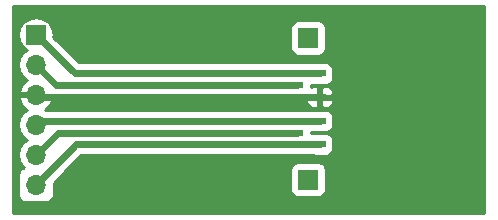
<source format=gbr>
G04 #@! TF.FileFunction,Copper,L2,Bot,Signal*
%FSLAX46Y46*%
G04 Gerber Fmt 4.6, Leading zero omitted, Abs format (unit mm)*
G04 Created by KiCad (PCBNEW 4.0.7) date 04/27/18 14:39:09*
%MOMM*%
%LPD*%
G01*
G04 APERTURE LIST*
%ADD10C,0.150000*%
%ADD11O,1.700000X1.700000*%
%ADD12R,1.700000X1.700000*%
%ADD13R,1.000000X0.600000*%
%ADD14C,0.600000*%
%ADD15C,0.600000*%
%ADD16C,0.254000*%
G04 APERTURE END LIST*
D10*
D11*
X123952000Y-121920000D03*
X123952000Y-119380000D03*
X123952000Y-116840000D03*
X123952000Y-114300000D03*
X123952000Y-111760000D03*
D12*
X123952000Y-109220000D03*
X147000000Y-121500000D03*
D13*
X148000000Y-112500000D03*
X146100000Y-113500000D03*
X148000000Y-114500000D03*
X148000000Y-116500000D03*
X146100000Y-117500000D03*
X148000000Y-118500000D03*
D12*
X147000000Y-109500000D03*
D14*
X157480000Y-121920000D03*
X157480000Y-109220000D03*
X149860000Y-109220000D03*
X149860000Y-121920000D03*
X134620000Y-121920000D03*
X134620000Y-109220000D03*
X142240000Y-109220000D03*
X142240000Y-121920000D03*
X127000000Y-121920000D03*
X127000000Y-109220000D03*
D15*
X123952000Y-109220000D02*
X127232000Y-112500000D01*
X127232000Y-112500000D02*
X148000000Y-112500000D01*
X123952000Y-111760000D02*
X125692000Y-113500000D01*
X125692000Y-113500000D02*
X146100000Y-113500000D01*
X123952000Y-114300000D02*
X124152000Y-114500000D01*
X124152000Y-114500000D02*
X148000000Y-114500000D01*
X123952000Y-116840000D02*
X124292000Y-116500000D01*
X124292000Y-116500000D02*
X148000000Y-116500000D01*
X123952000Y-119380000D02*
X125832000Y-117500000D01*
X125832000Y-117500000D02*
X146100000Y-117500000D01*
X123952000Y-121920000D02*
X127372000Y-118500000D01*
X127372000Y-118500000D02*
X148000000Y-118500000D01*
D16*
G36*
X161925000Y-124333000D02*
X122047000Y-124333000D01*
X122047000Y-109220000D01*
X122437907Y-109220000D01*
X122550946Y-109788285D01*
X122872853Y-110270054D01*
X123202026Y-110490000D01*
X122872853Y-110709946D01*
X122550946Y-111191715D01*
X122437907Y-111760000D01*
X122550946Y-112328285D01*
X122872853Y-112810054D01*
X123213553Y-113037702D01*
X123070642Y-113104817D01*
X122680355Y-113533076D01*
X122510524Y-113943110D01*
X122631845Y-114173000D01*
X123825000Y-114173000D01*
X123825000Y-114153000D01*
X124079000Y-114153000D01*
X124079000Y-114173000D01*
X124099000Y-114173000D01*
X124099000Y-114427000D01*
X124079000Y-114427000D01*
X124079000Y-114447000D01*
X123825000Y-114447000D01*
X123825000Y-114427000D01*
X122631845Y-114427000D01*
X122510524Y-114656890D01*
X122680355Y-115066924D01*
X123070642Y-115495183D01*
X123213553Y-115562298D01*
X122872853Y-115789946D01*
X122550946Y-116271715D01*
X122437907Y-116840000D01*
X122550946Y-117408285D01*
X122872853Y-117890054D01*
X123202026Y-118110000D01*
X122872853Y-118329946D01*
X122550946Y-118811715D01*
X122437907Y-119380000D01*
X122550946Y-119948285D01*
X122872853Y-120430054D01*
X122914452Y-120457850D01*
X122866683Y-120466838D01*
X122650559Y-120605910D01*
X122505569Y-120818110D01*
X122454560Y-121070000D01*
X122454560Y-122770000D01*
X122498838Y-123005317D01*
X122637910Y-123221441D01*
X122850110Y-123366431D01*
X123102000Y-123417440D01*
X124802000Y-123417440D01*
X125037317Y-123373162D01*
X125253441Y-123234090D01*
X125398431Y-123021890D01*
X125449440Y-122770000D01*
X125449440Y-121744850D01*
X126544290Y-120650000D01*
X145502560Y-120650000D01*
X145502560Y-122350000D01*
X145546838Y-122585317D01*
X145685910Y-122801441D01*
X145898110Y-122946431D01*
X146150000Y-122997440D01*
X147850000Y-122997440D01*
X148085317Y-122953162D01*
X148301441Y-122814090D01*
X148446431Y-122601890D01*
X148497440Y-122350000D01*
X148497440Y-120650000D01*
X148453162Y-120414683D01*
X148314090Y-120198559D01*
X148101890Y-120053569D01*
X147850000Y-120002560D01*
X146150000Y-120002560D01*
X145914683Y-120046838D01*
X145698559Y-120185910D01*
X145553569Y-120398110D01*
X145502560Y-120650000D01*
X126544290Y-120650000D01*
X127759290Y-119435000D01*
X147438569Y-119435000D01*
X147500000Y-119447440D01*
X148500000Y-119447440D01*
X148735317Y-119403162D01*
X148951441Y-119264090D01*
X149096431Y-119051890D01*
X149147440Y-118800000D01*
X149147440Y-118200000D01*
X149103162Y-117964683D01*
X148964090Y-117748559D01*
X148751890Y-117603569D01*
X148500000Y-117552560D01*
X147500000Y-117552560D01*
X147433887Y-117565000D01*
X147247440Y-117565000D01*
X147247440Y-117435000D01*
X147438569Y-117435000D01*
X147500000Y-117447440D01*
X148500000Y-117447440D01*
X148735317Y-117403162D01*
X148951441Y-117264090D01*
X149096431Y-117051890D01*
X149147440Y-116800000D01*
X149147440Y-116200000D01*
X149103162Y-115964683D01*
X148964090Y-115748559D01*
X148751890Y-115603569D01*
X148500000Y-115552560D01*
X147500000Y-115552560D01*
X147433887Y-115565000D01*
X124694491Y-115565000D01*
X124690447Y-115562298D01*
X124833358Y-115495183D01*
X125223645Y-115066924D01*
X125340103Y-114785750D01*
X146865000Y-114785750D01*
X146865000Y-114926309D01*
X146961673Y-115159698D01*
X147140301Y-115338327D01*
X147373690Y-115435000D01*
X147714250Y-115435000D01*
X147873000Y-115276250D01*
X147873000Y-114627000D01*
X148127000Y-114627000D01*
X148127000Y-115276250D01*
X148285750Y-115435000D01*
X148626310Y-115435000D01*
X148859699Y-115338327D01*
X149038327Y-115159698D01*
X149135000Y-114926309D01*
X149135000Y-114785750D01*
X148976250Y-114627000D01*
X148127000Y-114627000D01*
X147873000Y-114627000D01*
X147023750Y-114627000D01*
X146865000Y-114785750D01*
X125340103Y-114785750D01*
X125393476Y-114656890D01*
X125272156Y-114427002D01*
X125437000Y-114427002D01*
X125437000Y-114384277D01*
X125692000Y-114435001D01*
X125692005Y-114435000D01*
X145538569Y-114435000D01*
X145600000Y-114447440D01*
X146600000Y-114447440D01*
X146835317Y-114403162D01*
X146968324Y-114317574D01*
X147023750Y-114373000D01*
X147873000Y-114373000D01*
X147873000Y-113723750D01*
X148127000Y-113723750D01*
X148127000Y-114373000D01*
X148976250Y-114373000D01*
X149135000Y-114214250D01*
X149135000Y-114073691D01*
X149038327Y-113840302D01*
X148859699Y-113661673D01*
X148626310Y-113565000D01*
X148285750Y-113565000D01*
X148127000Y-113723750D01*
X147873000Y-113723750D01*
X147714250Y-113565000D01*
X147373690Y-113565000D01*
X147247440Y-113617295D01*
X147247440Y-113435000D01*
X147438569Y-113435000D01*
X147500000Y-113447440D01*
X148500000Y-113447440D01*
X148735317Y-113403162D01*
X148951441Y-113264090D01*
X149096431Y-113051890D01*
X149147440Y-112800000D01*
X149147440Y-112200000D01*
X149103162Y-111964683D01*
X148964090Y-111748559D01*
X148751890Y-111603569D01*
X148500000Y-111552560D01*
X147500000Y-111552560D01*
X147433887Y-111565000D01*
X127619289Y-111565000D01*
X125434271Y-109379981D01*
X125466093Y-109220000D01*
X125353054Y-108651715D01*
X125351909Y-108650000D01*
X145502560Y-108650000D01*
X145502560Y-110350000D01*
X145546838Y-110585317D01*
X145685910Y-110801441D01*
X145898110Y-110946431D01*
X146150000Y-110997440D01*
X147850000Y-110997440D01*
X148085317Y-110953162D01*
X148301441Y-110814090D01*
X148446431Y-110601890D01*
X148497440Y-110350000D01*
X148497440Y-108650000D01*
X148453162Y-108414683D01*
X148314090Y-108198559D01*
X148101890Y-108053569D01*
X147850000Y-108002560D01*
X146150000Y-108002560D01*
X145914683Y-108046838D01*
X145698559Y-108185910D01*
X145553569Y-108398110D01*
X145502560Y-108650000D01*
X125351909Y-108650000D01*
X125031147Y-108169946D01*
X124549378Y-107848039D01*
X123981093Y-107735000D01*
X123922907Y-107735000D01*
X123354622Y-107848039D01*
X122872853Y-108169946D01*
X122550946Y-108651715D01*
X122437907Y-109220000D01*
X122047000Y-109220000D01*
X122047000Y-106807000D01*
X161925000Y-106807000D01*
X161925000Y-124333000D01*
X161925000Y-124333000D01*
G37*
X161925000Y-124333000D02*
X122047000Y-124333000D01*
X122047000Y-109220000D01*
X122437907Y-109220000D01*
X122550946Y-109788285D01*
X122872853Y-110270054D01*
X123202026Y-110490000D01*
X122872853Y-110709946D01*
X122550946Y-111191715D01*
X122437907Y-111760000D01*
X122550946Y-112328285D01*
X122872853Y-112810054D01*
X123213553Y-113037702D01*
X123070642Y-113104817D01*
X122680355Y-113533076D01*
X122510524Y-113943110D01*
X122631845Y-114173000D01*
X123825000Y-114173000D01*
X123825000Y-114153000D01*
X124079000Y-114153000D01*
X124079000Y-114173000D01*
X124099000Y-114173000D01*
X124099000Y-114427000D01*
X124079000Y-114427000D01*
X124079000Y-114447000D01*
X123825000Y-114447000D01*
X123825000Y-114427000D01*
X122631845Y-114427000D01*
X122510524Y-114656890D01*
X122680355Y-115066924D01*
X123070642Y-115495183D01*
X123213553Y-115562298D01*
X122872853Y-115789946D01*
X122550946Y-116271715D01*
X122437907Y-116840000D01*
X122550946Y-117408285D01*
X122872853Y-117890054D01*
X123202026Y-118110000D01*
X122872853Y-118329946D01*
X122550946Y-118811715D01*
X122437907Y-119380000D01*
X122550946Y-119948285D01*
X122872853Y-120430054D01*
X122914452Y-120457850D01*
X122866683Y-120466838D01*
X122650559Y-120605910D01*
X122505569Y-120818110D01*
X122454560Y-121070000D01*
X122454560Y-122770000D01*
X122498838Y-123005317D01*
X122637910Y-123221441D01*
X122850110Y-123366431D01*
X123102000Y-123417440D01*
X124802000Y-123417440D01*
X125037317Y-123373162D01*
X125253441Y-123234090D01*
X125398431Y-123021890D01*
X125449440Y-122770000D01*
X125449440Y-121744850D01*
X126544290Y-120650000D01*
X145502560Y-120650000D01*
X145502560Y-122350000D01*
X145546838Y-122585317D01*
X145685910Y-122801441D01*
X145898110Y-122946431D01*
X146150000Y-122997440D01*
X147850000Y-122997440D01*
X148085317Y-122953162D01*
X148301441Y-122814090D01*
X148446431Y-122601890D01*
X148497440Y-122350000D01*
X148497440Y-120650000D01*
X148453162Y-120414683D01*
X148314090Y-120198559D01*
X148101890Y-120053569D01*
X147850000Y-120002560D01*
X146150000Y-120002560D01*
X145914683Y-120046838D01*
X145698559Y-120185910D01*
X145553569Y-120398110D01*
X145502560Y-120650000D01*
X126544290Y-120650000D01*
X127759290Y-119435000D01*
X147438569Y-119435000D01*
X147500000Y-119447440D01*
X148500000Y-119447440D01*
X148735317Y-119403162D01*
X148951441Y-119264090D01*
X149096431Y-119051890D01*
X149147440Y-118800000D01*
X149147440Y-118200000D01*
X149103162Y-117964683D01*
X148964090Y-117748559D01*
X148751890Y-117603569D01*
X148500000Y-117552560D01*
X147500000Y-117552560D01*
X147433887Y-117565000D01*
X147247440Y-117565000D01*
X147247440Y-117435000D01*
X147438569Y-117435000D01*
X147500000Y-117447440D01*
X148500000Y-117447440D01*
X148735317Y-117403162D01*
X148951441Y-117264090D01*
X149096431Y-117051890D01*
X149147440Y-116800000D01*
X149147440Y-116200000D01*
X149103162Y-115964683D01*
X148964090Y-115748559D01*
X148751890Y-115603569D01*
X148500000Y-115552560D01*
X147500000Y-115552560D01*
X147433887Y-115565000D01*
X124694491Y-115565000D01*
X124690447Y-115562298D01*
X124833358Y-115495183D01*
X125223645Y-115066924D01*
X125340103Y-114785750D01*
X146865000Y-114785750D01*
X146865000Y-114926309D01*
X146961673Y-115159698D01*
X147140301Y-115338327D01*
X147373690Y-115435000D01*
X147714250Y-115435000D01*
X147873000Y-115276250D01*
X147873000Y-114627000D01*
X148127000Y-114627000D01*
X148127000Y-115276250D01*
X148285750Y-115435000D01*
X148626310Y-115435000D01*
X148859699Y-115338327D01*
X149038327Y-115159698D01*
X149135000Y-114926309D01*
X149135000Y-114785750D01*
X148976250Y-114627000D01*
X148127000Y-114627000D01*
X147873000Y-114627000D01*
X147023750Y-114627000D01*
X146865000Y-114785750D01*
X125340103Y-114785750D01*
X125393476Y-114656890D01*
X125272156Y-114427002D01*
X125437000Y-114427002D01*
X125437000Y-114384277D01*
X125692000Y-114435001D01*
X125692005Y-114435000D01*
X145538569Y-114435000D01*
X145600000Y-114447440D01*
X146600000Y-114447440D01*
X146835317Y-114403162D01*
X146968324Y-114317574D01*
X147023750Y-114373000D01*
X147873000Y-114373000D01*
X147873000Y-113723750D01*
X148127000Y-113723750D01*
X148127000Y-114373000D01*
X148976250Y-114373000D01*
X149135000Y-114214250D01*
X149135000Y-114073691D01*
X149038327Y-113840302D01*
X148859699Y-113661673D01*
X148626310Y-113565000D01*
X148285750Y-113565000D01*
X148127000Y-113723750D01*
X147873000Y-113723750D01*
X147714250Y-113565000D01*
X147373690Y-113565000D01*
X147247440Y-113617295D01*
X147247440Y-113435000D01*
X147438569Y-113435000D01*
X147500000Y-113447440D01*
X148500000Y-113447440D01*
X148735317Y-113403162D01*
X148951441Y-113264090D01*
X149096431Y-113051890D01*
X149147440Y-112800000D01*
X149147440Y-112200000D01*
X149103162Y-111964683D01*
X148964090Y-111748559D01*
X148751890Y-111603569D01*
X148500000Y-111552560D01*
X147500000Y-111552560D01*
X147433887Y-111565000D01*
X127619289Y-111565000D01*
X125434271Y-109379981D01*
X125466093Y-109220000D01*
X125353054Y-108651715D01*
X125351909Y-108650000D01*
X145502560Y-108650000D01*
X145502560Y-110350000D01*
X145546838Y-110585317D01*
X145685910Y-110801441D01*
X145898110Y-110946431D01*
X146150000Y-110997440D01*
X147850000Y-110997440D01*
X148085317Y-110953162D01*
X148301441Y-110814090D01*
X148446431Y-110601890D01*
X148497440Y-110350000D01*
X148497440Y-108650000D01*
X148453162Y-108414683D01*
X148314090Y-108198559D01*
X148101890Y-108053569D01*
X147850000Y-108002560D01*
X146150000Y-108002560D01*
X145914683Y-108046838D01*
X145698559Y-108185910D01*
X145553569Y-108398110D01*
X145502560Y-108650000D01*
X125351909Y-108650000D01*
X125031147Y-108169946D01*
X124549378Y-107848039D01*
X123981093Y-107735000D01*
X123922907Y-107735000D01*
X123354622Y-107848039D01*
X122872853Y-108169946D01*
X122550946Y-108651715D01*
X122437907Y-109220000D01*
X122047000Y-109220000D01*
X122047000Y-106807000D01*
X161925000Y-106807000D01*
X161925000Y-124333000D01*
M02*

</source>
